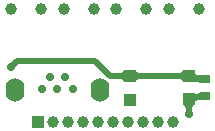
<source format=gtl>
G04*
G04 #@! TF.GenerationSoftware,Altium Limited,Altium Designer,19.0.10 (269)*
G04*
G04 Layer_Physical_Order=1*
G04 Layer_Color=255*
%FSLAX44Y44*%
%MOMM*%
G71*
G01*
G75*
%ADD10R,0.9000X0.8000*%
%ADD11R,1.0000X1.0000*%
%ADD12R,1.0000X1.0000*%
%ADD13C,0.5080*%
%ADD14C,1.0000*%
%ADD15C,0.7000*%
%ADD16O,1.6000X2.0000*%
G36*
X145531Y-61719D02*
X145480Y-61258D01*
X145327Y-60845D01*
X145073Y-60480D01*
X144718Y-60165D01*
X144261Y-59897D01*
X143702Y-59679D01*
X143041Y-59509D01*
X142279Y-59387D01*
X141416Y-59314D01*
X140450Y-59290D01*
Y-54210D01*
X141416Y-54186D01*
X142279Y-54113D01*
X143041Y-53991D01*
X143702Y-53821D01*
X144261Y-53603D01*
X144718Y-53335D01*
X145073Y-53020D01*
X145327Y-52655D01*
X145480Y-52242D01*
X145531Y-51781D01*
Y-61719D01*
D02*
G37*
G36*
X105520Y-52242D02*
X105673Y-52655D01*
X105927Y-53020D01*
X106282Y-53335D01*
X106740Y-53603D01*
X107298Y-53821D01*
X107959Y-53991D01*
X108721Y-54113D01*
X109584Y-54186D01*
X110549Y-54210D01*
Y-59290D01*
X109584Y-59314D01*
X108721Y-59387D01*
X107959Y-59509D01*
X107298Y-59679D01*
X106740Y-59897D01*
X106282Y-60165D01*
X105927Y-60480D01*
X105673Y-60845D01*
X105520Y-61258D01*
X105470Y-61719D01*
Y-51781D01*
X105520Y-52242D01*
D02*
G37*
G36*
X95531Y-61719D02*
X95480Y-61258D01*
X95327Y-60845D01*
X95073Y-60480D01*
X94718Y-60165D01*
X94261Y-59897D01*
X93702Y-59679D01*
X93041Y-59509D01*
X92279Y-59387D01*
X91416Y-59314D01*
X90450Y-59290D01*
Y-54210D01*
X91416Y-54186D01*
X92279Y-54113D01*
X93041Y-53991D01*
X93702Y-53821D01*
X94261Y-53603D01*
X94718Y-53335D01*
X95073Y-53020D01*
X95327Y-52655D01*
X95480Y-52242D01*
X95531Y-51781D01*
Y-61719D01*
D02*
G37*
G36*
X155520Y-54351D02*
X155673Y-54782D01*
X155927Y-55163D01*
X156282Y-55493D01*
X156740Y-55773D01*
X157298Y-56002D01*
X157959Y-56179D01*
X158258Y-56229D01*
X158968Y-56182D01*
X159323Y-56101D01*
X159577Y-56006D01*
X159730Y-55900D01*
X159781Y-55781D01*
Y-56388D01*
X160550Y-56408D01*
Y-61488D01*
X159781Y-61523D01*
Y-63720D01*
X159730Y-63295D01*
X159577Y-62916D01*
X159323Y-62581D01*
X158968Y-62291D01*
X158511Y-62046D01*
X157952Y-61845D01*
X157291Y-61689D01*
X157019Y-61649D01*
X155470Y-61719D01*
Y-61506D01*
X154700Y-61488D01*
Y-56408D01*
X155470Y-56403D01*
Y-53868D01*
X155520Y-54351D01*
D02*
G37*
G36*
X159781Y-72000D02*
X160550Y-72012D01*
Y-77092D01*
X159781Y-77112D01*
Y-77719D01*
X159730Y-77600D01*
X159577Y-77494D01*
X159323Y-77400D01*
X158968Y-77318D01*
X158511Y-77249D01*
X158423Y-77242D01*
X157947Y-77321D01*
X157283Y-77498D01*
X156721Y-77727D01*
X156261Y-78007D01*
X155903Y-78337D01*
X155646Y-78718D01*
X155492Y-79149D01*
X155439Y-79632D01*
X155448Y-77108D01*
X154700Y-77092D01*
Y-72012D01*
X155467Y-71994D01*
X155470Y-71280D01*
X155520Y-71420D01*
X155673Y-71544D01*
X155927Y-71654D01*
X156282Y-71749D01*
X156740Y-71829D01*
X156977Y-71857D01*
X157291Y-71811D01*
X157952Y-71655D01*
X158511Y-71454D01*
X158968Y-71209D01*
X159323Y-70919D01*
X159577Y-70584D01*
X159730Y-70205D01*
X159781Y-69781D01*
Y-72000D01*
D02*
G37*
G36*
X155470Y-81220D02*
X155032Y-81270D01*
X154640Y-81423D01*
X154294Y-81677D01*
X153995Y-82032D01*
X153741Y-82490D01*
X153534Y-83048D01*
X153372Y-83709D01*
X153257Y-84471D01*
X153188Y-85334D01*
X153165Y-86299D01*
X148085D01*
X148060Y-85330D01*
X147983Y-84462D01*
X147856Y-83696D01*
X147679Y-83033D01*
X147450Y-82471D01*
X147171Y-82010D01*
X146840Y-81652D01*
X146459Y-81396D01*
X146028Y-81242D01*
X145545Y-81189D01*
X155470Y-81220D01*
D02*
G37*
D10*
X164250Y-59750D02*
D03*
Y-73750D02*
D03*
D11*
X100500Y-56750D02*
D03*
X150500Y-76250D02*
D03*
X22450Y-95750D02*
D03*
D12*
X100500Y-76750D02*
D03*
X150500Y-56750D02*
D03*
D13*
X71498Y-44500D02*
X83748Y-56750D01*
X4920Y-44500D02*
X71498D01*
X0Y-49420D02*
X4920Y-44500D01*
X83748Y-56750D02*
X100500D01*
X150500D01*
X150625Y-89125D02*
X150750Y-89250D01*
X150625Y-89125D02*
Y-76375D01*
X150500Y-76250D02*
X150625Y-76375D01*
X150500Y-76250D02*
X152198Y-74552D01*
X163448D01*
X164250Y-73750D01*
X150500Y-56750D02*
X152698Y-58948D01*
X163448D01*
X164250Y-59750D01*
D14*
X136750Y-95750D02*
D03*
X124050D02*
D03*
X111350D02*
D03*
X98650D02*
D03*
X85950D02*
D03*
X73250D02*
D03*
X60550D02*
D03*
X47850D02*
D03*
X35150D02*
D03*
X133350Y0D02*
D03*
X158750D02*
D03*
X88900D02*
D03*
X114300D02*
D03*
X44450D02*
D03*
X69850D02*
D03*
X0D02*
D03*
X25400D02*
D03*
D15*
X52250Y-67500D02*
D03*
X45750Y-57500D02*
D03*
X39250Y-67500D02*
D03*
X32750Y-57500D02*
D03*
X26250Y-67500D02*
D03*
X0Y-49420D02*
D03*
X150750Y-89250D02*
D03*
D16*
X3500Y-68500D02*
D03*
X75000D02*
D03*
M02*

</source>
